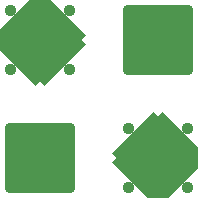
<source format=gbr>
%TF.GenerationSoftware,HUMAN,DominicClifton,8.0.3*%
%TF.CreationDate,2025-04-28T16:25:44+02:00*%
%TF.SameCoordinates,Original*%
%TF.FileFunction,Copper,L4,Bot*%
%TF.FilePolarity,Positive*%
%FSLAX46Y46*%
G04 Gerber Fmt 4.6, Leading zero omitted, Abs format (unit mm)*
%MOMM*%
%LPD*%
G01*

%AMRoundRect*
0 Rectangle with rounded corners*
0 $1 Rounding radius*
0 $2 $3 $4 $5 $6 $7 $8 $9 X,Y pos of 4 corners*
0 $10 Rotation (degrees)*
0 Add a 4 corners polygon primitive as box body*
4,1,4,$2,$3,$4,$5,$6,$7,$8,$9,$2,$3,$10*
0 Add four circle primitives for the rounded corners*
1,1,$1+$1,$2,$3,$10*
1,1,$1+$1,$4,$5,$10*
1,1,$1+$1,$6,$7,$10*
1,1,$1+$1,$8,$9,$10*
0 Add four vector-line primitives between the rounded corners*
20,1,$1+$1,$2,$3,$4,$5,$10*
20,1,$1+$1,$4,$5,$6,$7,$10*
20,1,$1+$1,$6,$7,$8,$9,$10*
20,1,$1+$1,$8,$9,$2,$3,$10*
%

%ADD34RoundRect,0.500000X-2.500000X-2.500000X2.500000X-2.500000X2.500000X2.500000X-2.500000X2.500000X0*%
%ADD35RoundRect,0.500000X-2.500000X-2.500000X2.500000X-2.500000X2.500000X2.500000X-2.500000X2.500000X45*%
%ADD36RoundRect,0.500000X-2.500000X-2.500000X2.500000X-2.500000X2.500000X2.500000X-2.500000X2.500000X90*%
%ADD37RoundRect,0.500000X-2.500000X-2.500000X2.500000X-2.500000X2.500000X2.500000X-2.500000X2.500000X135*%

D34*
X005000000Y005000000D03*
D35*
X-005000000Y005000000D03*
D36*
X-005000000Y-005000000D03*
D37*
X005000000Y-005000000D03*

M02*

</source>
